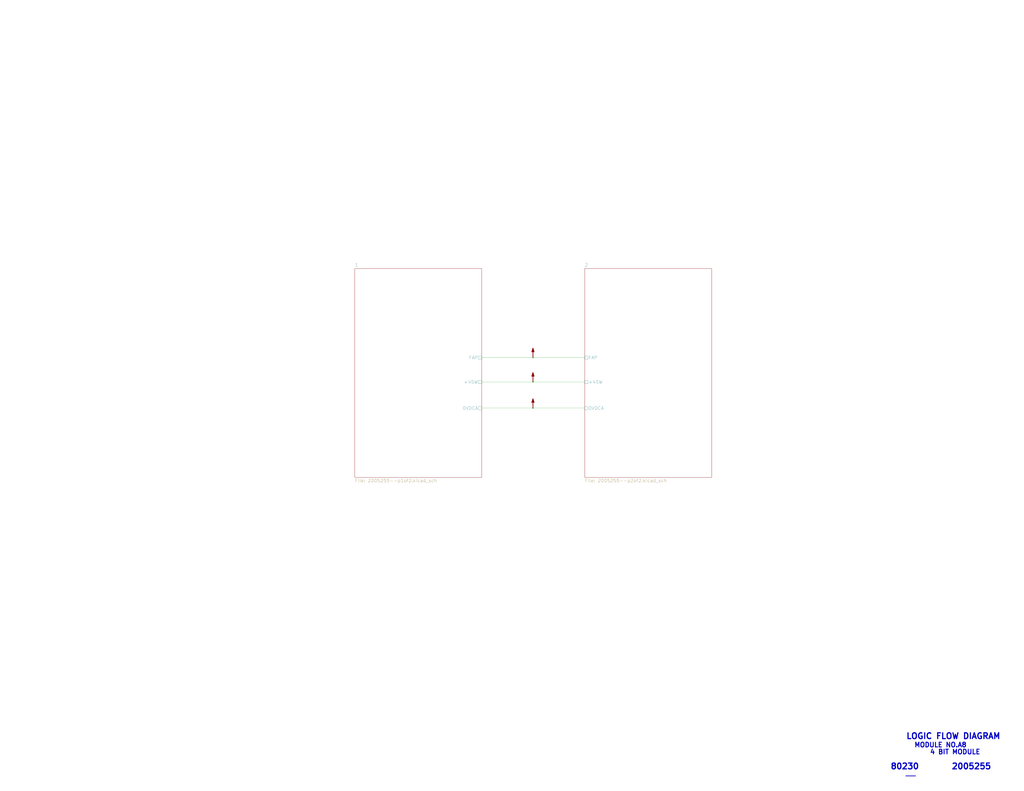
<source format=kicad_sch>
(kicad_sch (version 20211123) (generator eeschema)
  (paper "E")
  (lib_symbols
    (symbol "AGC_DSKY:PWR_FLAG" (power) (pin_numbers hide) (pin_names (offset 0) hide)
      (symbol "PWR_FLAG_0_0"
        (pin power_out line (at 0 0 90) (length 0) (name "pwr") (number "1"))
      )
      (symbol "PWR_FLAG_0_1"
        (polyline (pts (xy 0 0) (xy 0 10.16)) (stroke (width 0.762)))
        (polyline (pts (xy 0 10.16) (xy -1.27 6.35) (xy 1.27 6.35) (xy 0 10.16)) (stroke (width 0.762)) (fill (type outline)))
      )
    )
  )
  (junction (at 581.66 445.77))
  (junction (at 581.66 417.195))
  (junction (at 581.66 390.525))
  (wire (pts (xy 581.66 445.77) (xy 638.175 445.77)))
  (wire (pts (xy 581.66 417.195) (xy 638.175 417.195)))
  (wire (pts (xy 525.78 445.77) (xy 581.66 445.77)))
  (wire (pts (xy 525.78 390.525) (xy 581.66 390.525)))
  (wire (pts (xy 581.66 390.525) (xy 638.175 390.525)))
  (wire (pts (xy 525.78 417.195) (xy 581.66 417.195)))
  (text "2005255" (at 1038.225 840.74 0) (effects (font (size 6.35 6.35) (thickness 1.27) bold) (justify left bottom)))
  (text "MODULE NO.A8" (at 997.585 816.61 0) (effects (font (size 5.08 5.08) (thickness 1.016) bold) (justify left bottom)))
  (text "80230" (at 971.55 840.74 0) (effects (font (size 6.35 6.35) (thickness 1.27) bold) (justify left bottom)))
  (text "4 BIT MODULE" (at 1014.73 824.23 0) (effects (font (size 5.08 5.08) (thickness 1.016) bold) (justify left bottom)))
  (text "____" (at 988.06 847.725 0) (effects (font (size 3.556 3.556) (thickness 0.7112) bold) (justify left bottom)))
  (text "LOGIC FLOW DIAGRAM" (at 988.695 807.72 0) (effects (font (size 6.35 6.35) (thickness 1.27) bold) (justify left bottom)))
  (symbol (lib_id "AGC_DSKY:PWR_FLAG") (at 581.66 445.77 0) (unit 1)
    (property "Reference" "#FLG0103" (effects hide))
    (property "Value" "PWR_FLAG" (effects hide))
  )
  (symbol (lib_id "AGC_DSKY:PWR_FLAG") (at 581.66 417.195 0) (unit 1)
    (property "Reference" "#FLG0102" (effects hide))
    (property "Value" "PWR_FLAG" (effects hide))
  )
  (symbol (lib_id "AGC_DSKY:PWR_FLAG") (at 581.66 390.525 0) (unit 1)
    (property "Reference" "#FLG0101" (effects hide))
    (property "Value" "PWR_FLAG" (effects hide))
  )
  (sheet (at 387.35 293.37) (size 138.43 227.965)
    (property "Sheet name" "1" (at 387.35 291.5154 0) (effects (font (size 3.556 3.556)) (justify left bottom)))
    (property "Sheet file" "2005255--p1of2.kicad_sch" (at 387.35 522.834 0) (effects (font (size 3.556 3.556)) (justify left top)))
    (pin "0VDCA" passive (at 525.78 445.77 0) (effects (font (size 3.556 3.556))))
    (pin "+4SW" passive (at 525.78 417.195 0) (effects (font (size 3.556 3.556))))
    (pin "FAP" passive (at 525.78 390.525 0) (effects (font (size 3.556 3.556))))
  )
  (sheet (at 638.175 293.37) (size 138.43 227.965)
    (property "Sheet name" "2" (at 638.175 291.5154 0) (effects (font (size 3.556 3.556)) (justify left bottom)))
    (property "Sheet file" "2005255--p2of2.kicad_sch" (at 638.175 522.834 0) (effects (font (size 3.556 3.556)) (justify left top)))
    (pin "0VDCA" passive (at 638.175 445.77 180) (effects (font (size 3.556 3.556))))
    (pin "+4SW" passive (at 638.175 417.195 180) (effects (font (size 3.556 3.556))))
    (pin "FAP" passive (at 638.175 390.525 180) (effects (font (size 3.556 3.556))))
  )
)
</source>
